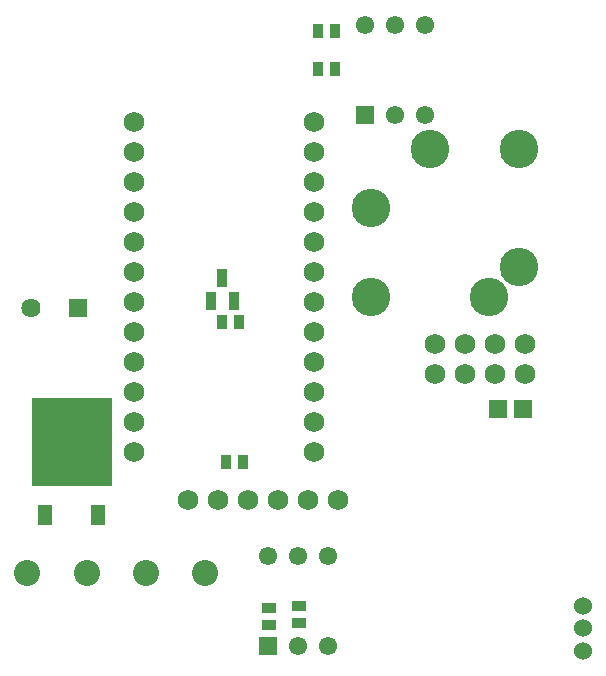
<source format=gbr>
%FSLAX35Y35*%
%MOIN*%
G04 EasyPC Gerber Version 18.0.8 Build 3632 *
%ADD27R,0.03200X0.04700*%
%ADD74R,0.03300X0.06000*%
%ADD20R,0.04500X0.06500*%
%ADD21R,0.27000X0.29400*%
%ADD24R,0.06100X0.06100*%
%ADD72R,0.06400X0.06400*%
%ADD22C,0.06000*%
%ADD25C,0.06100*%
%ADD73C,0.06400*%
%ADD71C,0.06906*%
%ADD26C,0.08677*%
%ADD28R,0.04700X0.03200*%
%ADD29R,0.06400X0.06100*%
%ADD23C,0.12811*%
X0Y0D02*
D02*
D71*
X47253Y80359D03*
Y90359D03*
Y100359D03*
Y110359D03*
Y120359D03*
Y130359D03*
Y140359D03*
Y150359D03*
Y160359D03*
Y170359D03*
Y180359D03*
Y190359D03*
X65127Y64414D03*
X75127D03*
X85127D03*
X95127D03*
X105127D03*
X107253Y80359D03*
Y90359D03*
Y100359D03*
Y110359D03*
Y120359D03*
Y130359D03*
Y140359D03*
Y150359D03*
Y160359D03*
Y170359D03*
Y180359D03*
Y190359D03*
X115127Y64414D03*
X147332Y106580D03*
Y116580D03*
X157332Y106580D03*
Y116580D03*
X167332Y106580D03*
Y116580D03*
X177332Y106580D03*
Y116580D03*
D02*
D20*
X17489Y59659D03*
X35206D03*
D02*
D21*
X26348Y83909D03*
D02*
D22*
X196623Y14217D03*
Y21717D03*
Y29217D03*
D02*
D23*
X126151Y132328D03*
Y161855D03*
X145836Y181540D03*
X165521Y132328D03*
X175363Y142170D03*
Y181540D03*
D02*
D24*
X91899Y15792D03*
X124182Y192957D03*
D02*
D25*
X91899Y45792D03*
X101899Y15792D03*
Y45792D03*
X111899Y15792D03*
Y45792D03*
X124182Y222957D03*
X134182Y192957D03*
Y222957D03*
X144182Y192957D03*
Y222957D03*
D02*
D26*
X11584Y40202D03*
X31269D03*
X50954D03*
X70639D03*
D02*
D27*
X76450Y123863D03*
X77631Y77013D03*
X82150Y123863D03*
X83331Y77013D03*
X108340Y220910D03*
X108537Y208115D03*
X114040Y220910D03*
X114237Y208115D03*
D02*
D28*
X92096Y22785D03*
Y28485D03*
X101938Y23572D03*
Y29272D03*
D02*
D29*
X168307Y94926D03*
X176907D03*
D02*
D72*
X28465Y128587D03*
D02*
D73*
X12765D03*
D02*
D74*
X72794Y130840D03*
X76544Y138540D03*
X80294Y130840D03*
X0Y0D02*
M02*

</source>
